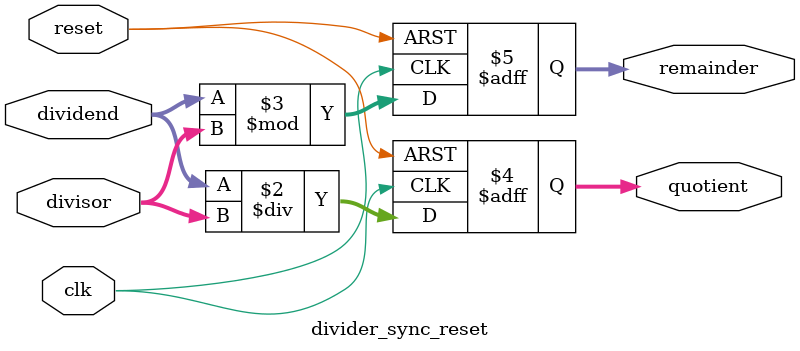
<source format=sv>
module divider_sync_reset (
    input clk,
    input reset,
    input [15:0] dividend,
    input [15:0] divisor,
    output reg [15:0] quotient,
    output reg [15:0] remainder
);

always @(posedge clk or posedge reset) begin
    if (reset) begin
        quotient <= 16'b0;
        remainder <= 16'b0;
    end else begin
        quotient <= dividend / divisor;
        remainder <= dividend % divisor;
    end
end

endmodule
</source>
